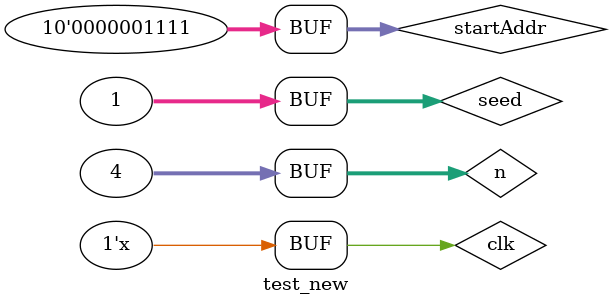
<source format=v>
`timescale 1ns / 1ps


module test_new();
reg clk;
reg [31:0] n;
reg [31:0] seed;
reg [9:0] startAddr;
//integer tic;
//integer toc;
wire done;
wire busy;
wire [31:0] CheckA;
wire [31:0] CheckB;

for_loop uut(clk,seed,n,startAddr,done,busy,CheckA,CheckB);

    initial begin
//        #50;
        clk = 1;
        n = 4;
        seed = 32'b1;//11001100011010001110011010011110;
        startAddr = 10'b00001111;
//        $display("kerman");
    end

    always begin
      #5  clk = ~ clk;
    end

//    always @(posedge done)begin
//    $display($realtime,"tic");
//    end

//    always @(posedge doon)begin
//    $display($realtime,"toc");
//    end

endmodule
</source>
